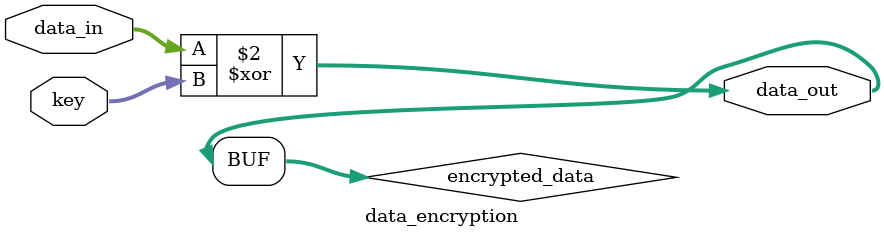
<source format=sv>
module data_encryption (
  input [7:0] data_in,
  input [7:0] key,
  output reg [7:0] data_out
);
  reg [7:0] encrypted_data;
  
  always @(data_in, key) begin
    encrypted_data = data_in ^ key;
  end
  
  assign data_out = encrypted_data;
  
endmodule
</source>
